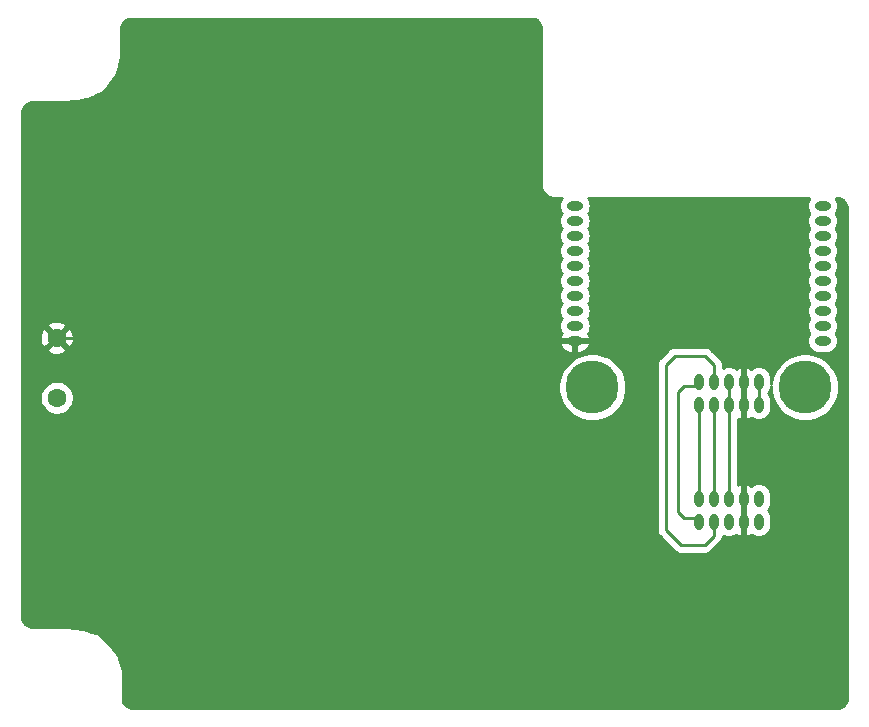
<source format=gbr>
G04 #@! TF.GenerationSoftware,KiCad,Pcbnew,(5.1.4)-1*
G04 #@! TF.CreationDate,2019-11-18T11:48:03+09:00*
G04 #@! TF.ProjectId,signaltowr_hikarikensyutu,7369676e-616c-4746-9f77-725f68696b61,rev?*
G04 #@! TF.SameCoordinates,Original*
G04 #@! TF.FileFunction,Copper,L2,Bot*
G04 #@! TF.FilePolarity,Positive*
%FSLAX46Y46*%
G04 Gerber Fmt 4.6, Leading zero omitted, Abs format (unit mm)*
G04 Created by KiCad (PCBNEW (5.1.4)-1) date 2019-11-18 11:48:03*
%MOMM*%
%LPD*%
G04 APERTURE LIST*
%ADD10C,4.500000*%
%ADD11O,0.800000X1.400000*%
%ADD12O,1.400000X0.800000*%
%ADD13C,1.600000*%
%ADD14C,0.600000*%
%ADD15C,0.250000*%
%ADD16C,0.254000*%
G04 APERTURE END LIST*
D10*
X140606000Y-81923000D03*
X158606000Y-81923000D03*
D11*
X149606000Y-81463000D03*
X150876000Y-81463000D03*
X152146000Y-81463000D03*
X153416000Y-81463000D03*
X154686000Y-81463000D03*
X149606000Y-83383000D03*
X150876000Y-83383000D03*
X152146000Y-83383000D03*
X153416000Y-83383000D03*
X154686000Y-83383000D03*
D12*
X160091000Y-77978000D03*
X160091000Y-76708000D03*
X160091000Y-75438000D03*
X160091000Y-74168000D03*
X160091000Y-72898000D03*
X160091000Y-71628000D03*
X160091000Y-70358000D03*
X160091000Y-69088000D03*
X139121000Y-77978000D03*
X139121000Y-76708000D03*
X139121000Y-75438000D03*
X139121000Y-74168000D03*
X139121000Y-72898000D03*
X139121000Y-71628000D03*
X139121000Y-70358000D03*
X139121000Y-69088000D03*
X139121000Y-67818000D03*
X139121000Y-66548000D03*
X160091000Y-67818000D03*
X160091000Y-66548000D03*
D11*
X149606000Y-91369000D03*
X150876000Y-91369000D03*
X152146000Y-91369000D03*
X153416000Y-91369000D03*
X154686000Y-91369000D03*
X154686000Y-93289000D03*
X149606000Y-93289000D03*
X150876000Y-93289000D03*
X153416000Y-93289000D03*
X152146000Y-93289000D03*
D13*
X95250000Y-77724000D03*
X95250000Y-82804000D03*
D14*
X97536000Y-62230000D03*
X96520000Y-85852000D03*
X96819999Y-79964001D03*
X101600000Y-77470000D03*
X117094000Y-77470000D03*
X100838000Y-94234000D03*
X100838000Y-92202000D03*
D15*
X154686000Y-81788000D02*
X154686000Y-83058000D01*
X153416000Y-83058000D02*
X153416000Y-91694000D01*
X153416000Y-81788000D02*
X153416000Y-83058000D01*
X153416000Y-92964000D02*
X153416000Y-91694000D01*
X152908000Y-77978000D02*
X139446000Y-77978000D01*
X153416000Y-81788000D02*
X153416000Y-78486000D01*
X153416000Y-78486000D02*
X152908000Y-77978000D01*
X97282000Y-77724000D02*
X95250000Y-77724000D01*
X97536000Y-77470000D02*
X97282000Y-77724000D01*
X139446000Y-77978000D02*
X120904000Y-77978000D01*
X119888000Y-76962000D02*
X119888000Y-73660000D01*
X119888000Y-73660000D02*
X119126000Y-72898000D01*
X97536000Y-62230000D02*
X97536000Y-72898000D01*
X97536000Y-72898000D02*
X97536000Y-77470000D01*
X96049999Y-78523999D02*
X95250000Y-77724000D01*
X96819999Y-79293999D02*
X96049999Y-78523999D01*
X96520000Y-85852000D02*
X96819999Y-85552001D01*
X96819999Y-85552001D02*
X96819999Y-79964001D01*
X96819999Y-79964001D02*
X96819999Y-79293999D01*
X101600000Y-77470000D02*
X101600000Y-72898000D01*
X119126000Y-72898000D02*
X101600000Y-72898000D01*
X101600000Y-72898000D02*
X97536000Y-72898000D01*
X117094000Y-77470000D02*
X120396000Y-77470000D01*
X120904000Y-77978000D02*
X120396000Y-77470000D01*
X120396000Y-77470000D02*
X119888000Y-76962000D01*
X96819999Y-86151999D02*
X100629999Y-86151999D01*
X96520000Y-85852000D02*
X96819999Y-86151999D01*
X100838000Y-86360000D02*
X100838000Y-92202000D01*
X100629999Y-86151999D02*
X100838000Y-86360000D01*
X100838000Y-92202000D02*
X100838000Y-94234000D01*
X149606000Y-81788000D02*
X148336000Y-81788000D01*
X148336000Y-81788000D02*
X147828000Y-82296000D01*
X147828000Y-82296000D02*
X147828000Y-92456000D01*
X148336000Y-92964000D02*
X149606000Y-92964000D01*
X147828000Y-92456000D02*
X148336000Y-92964000D01*
X150876000Y-81407682D02*
X150876000Y-81788000D01*
X150876000Y-81788000D02*
X150876000Y-80010000D01*
X150876000Y-80010000D02*
X150114000Y-79248000D01*
X150114000Y-79248000D02*
X147574000Y-79248000D01*
X147574000Y-79248000D02*
X146812000Y-80010000D01*
X146812000Y-80010000D02*
X146812000Y-93980000D01*
X146812000Y-93980000D02*
X148082000Y-95250000D01*
X148082000Y-95250000D02*
X150114000Y-95250000D01*
X150876000Y-94488000D02*
X150876000Y-92964000D01*
X150114000Y-95250000D02*
X150876000Y-94488000D01*
X152146000Y-91694000D02*
X152146000Y-83058000D01*
X152146000Y-83058000D02*
X152146000Y-81788000D01*
X149606000Y-85598000D02*
X149606000Y-91694000D01*
X149606000Y-83058000D02*
X149606000Y-85598000D01*
X150876000Y-90424000D02*
X150876000Y-83058000D01*
X150876000Y-91694000D02*
X150876000Y-90424000D01*
D16*
G36*
X135731850Y-50740022D02*
G01*
X135882672Y-50820638D01*
X136014870Y-50929130D01*
X136123362Y-51061328D01*
X136203978Y-51212150D01*
X136253624Y-51375811D01*
X136271000Y-51552234D01*
X136271000Y-64786000D01*
X136271612Y-64798448D01*
X136290827Y-64993538D01*
X136295683Y-65017956D01*
X136352588Y-65205549D01*
X136362116Y-65228550D01*
X136454526Y-65401437D01*
X136468358Y-65422138D01*
X136592721Y-65573675D01*
X136610325Y-65591279D01*
X136761862Y-65715642D01*
X136782563Y-65729474D01*
X136955450Y-65821884D01*
X136978451Y-65831412D01*
X137166044Y-65888317D01*
X137190462Y-65893173D01*
X137385552Y-65912388D01*
X137398000Y-65913000D01*
X138003211Y-65913000D01*
X137956266Y-65970203D01*
X137860159Y-66150007D01*
X137800976Y-66345105D01*
X137780993Y-66548000D01*
X137800976Y-66750895D01*
X137860159Y-66945993D01*
X137956266Y-67125797D01*
X138003211Y-67183000D01*
X137956266Y-67240203D01*
X137860159Y-67420007D01*
X137800976Y-67615105D01*
X137780993Y-67818000D01*
X137800976Y-68020895D01*
X137860159Y-68215993D01*
X137956266Y-68395797D01*
X138003211Y-68453000D01*
X137956266Y-68510203D01*
X137860159Y-68690007D01*
X137800976Y-68885105D01*
X137780993Y-69088000D01*
X137800976Y-69290895D01*
X137860159Y-69485993D01*
X137956266Y-69665797D01*
X138003211Y-69723000D01*
X137956266Y-69780203D01*
X137860159Y-69960007D01*
X137800976Y-70155105D01*
X137780993Y-70358000D01*
X137800976Y-70560895D01*
X137860159Y-70755993D01*
X137956266Y-70935797D01*
X138003211Y-70993000D01*
X137956266Y-71050203D01*
X137860159Y-71230007D01*
X137800976Y-71425105D01*
X137780993Y-71628000D01*
X137800976Y-71830895D01*
X137860159Y-72025993D01*
X137956266Y-72205797D01*
X138003211Y-72263000D01*
X137956266Y-72320203D01*
X137860159Y-72500007D01*
X137800976Y-72695105D01*
X137780993Y-72898000D01*
X137800976Y-73100895D01*
X137860159Y-73295993D01*
X137956266Y-73475797D01*
X138003211Y-73533000D01*
X137956266Y-73590203D01*
X137860159Y-73770007D01*
X137800976Y-73965105D01*
X137780993Y-74168000D01*
X137800976Y-74370895D01*
X137860159Y-74565993D01*
X137956266Y-74745797D01*
X138003211Y-74803000D01*
X137956266Y-74860203D01*
X137860159Y-75040007D01*
X137800976Y-75235105D01*
X137780993Y-75438000D01*
X137800976Y-75640895D01*
X137860159Y-75835993D01*
X137956266Y-76015797D01*
X138003211Y-76073000D01*
X137956266Y-76130203D01*
X137860159Y-76310007D01*
X137800976Y-76505105D01*
X137780993Y-76708000D01*
X137800976Y-76910895D01*
X137860159Y-77105993D01*
X137956266Y-77285797D01*
X137998506Y-77337267D01*
X137889872Y-77508582D01*
X137826334Y-77691877D01*
X137954002Y-77851000D01*
X138994000Y-77851000D01*
X138994000Y-77831000D01*
X139248000Y-77831000D01*
X139248000Y-77851000D01*
X140287998Y-77851000D01*
X140415666Y-77691877D01*
X140352128Y-77508582D01*
X140243494Y-77337267D01*
X140285734Y-77285797D01*
X140381841Y-77105993D01*
X140441024Y-76910895D01*
X140461007Y-76708000D01*
X140441024Y-76505105D01*
X140381841Y-76310007D01*
X140285734Y-76130203D01*
X140238789Y-76073000D01*
X140285734Y-76015797D01*
X140381841Y-75835993D01*
X140441024Y-75640895D01*
X140461007Y-75438000D01*
X140441024Y-75235105D01*
X140381841Y-75040007D01*
X140285734Y-74860203D01*
X140238789Y-74803000D01*
X140285734Y-74745797D01*
X140381841Y-74565993D01*
X140441024Y-74370895D01*
X140461007Y-74168000D01*
X140441024Y-73965105D01*
X140381841Y-73770007D01*
X140285734Y-73590203D01*
X140238789Y-73533000D01*
X140285734Y-73475797D01*
X140381841Y-73295993D01*
X140441024Y-73100895D01*
X140461007Y-72898000D01*
X140441024Y-72695105D01*
X140381841Y-72500007D01*
X140285734Y-72320203D01*
X140238789Y-72263000D01*
X140285734Y-72205797D01*
X140381841Y-72025993D01*
X140441024Y-71830895D01*
X140461007Y-71628000D01*
X140441024Y-71425105D01*
X140381841Y-71230007D01*
X140285734Y-71050203D01*
X140238789Y-70993000D01*
X140285734Y-70935797D01*
X140381841Y-70755993D01*
X140441024Y-70560895D01*
X140461007Y-70358000D01*
X140441024Y-70155105D01*
X140381841Y-69960007D01*
X140285734Y-69780203D01*
X140238789Y-69723000D01*
X140285734Y-69665797D01*
X140381841Y-69485993D01*
X140441024Y-69290895D01*
X140461007Y-69088000D01*
X140441024Y-68885105D01*
X140381841Y-68690007D01*
X140285734Y-68510203D01*
X140238789Y-68453000D01*
X140285734Y-68395797D01*
X140381841Y-68215993D01*
X140441024Y-68020895D01*
X140461007Y-67818000D01*
X140441024Y-67615105D01*
X140381841Y-67420007D01*
X140285734Y-67240203D01*
X140238789Y-67183000D01*
X140285734Y-67125797D01*
X140381841Y-66945993D01*
X140441024Y-66750895D01*
X140461007Y-66548000D01*
X140441024Y-66345105D01*
X140381841Y-66150007D01*
X140285734Y-65970203D01*
X140238789Y-65913000D01*
X158973211Y-65913000D01*
X158926266Y-65970203D01*
X158830159Y-66150007D01*
X158770976Y-66345105D01*
X158750993Y-66548000D01*
X158770976Y-66750895D01*
X158830159Y-66945993D01*
X158926266Y-67125797D01*
X158973211Y-67183000D01*
X158926266Y-67240203D01*
X158830159Y-67420007D01*
X158770976Y-67615105D01*
X158750993Y-67818000D01*
X158770976Y-68020895D01*
X158830159Y-68215993D01*
X158926266Y-68395797D01*
X158973211Y-68453000D01*
X158926266Y-68510203D01*
X158830159Y-68690007D01*
X158770976Y-68885105D01*
X158750993Y-69088000D01*
X158770976Y-69290895D01*
X158830159Y-69485993D01*
X158926266Y-69665797D01*
X158973211Y-69723000D01*
X158926266Y-69780203D01*
X158830159Y-69960007D01*
X158770976Y-70155105D01*
X158750993Y-70358000D01*
X158770976Y-70560895D01*
X158830159Y-70755993D01*
X158926266Y-70935797D01*
X158973211Y-70993000D01*
X158926266Y-71050203D01*
X158830159Y-71230007D01*
X158770976Y-71425105D01*
X158750993Y-71628000D01*
X158770976Y-71830895D01*
X158830159Y-72025993D01*
X158926266Y-72205797D01*
X158973211Y-72263000D01*
X158926266Y-72320203D01*
X158830159Y-72500007D01*
X158770976Y-72695105D01*
X158750993Y-72898000D01*
X158770976Y-73100895D01*
X158830159Y-73295993D01*
X158926266Y-73475797D01*
X158973211Y-73533000D01*
X158926266Y-73590203D01*
X158830159Y-73770007D01*
X158770976Y-73965105D01*
X158750993Y-74168000D01*
X158770976Y-74370895D01*
X158830159Y-74565993D01*
X158926266Y-74745797D01*
X158973211Y-74803000D01*
X158926266Y-74860203D01*
X158830159Y-75040007D01*
X158770976Y-75235105D01*
X158750993Y-75438000D01*
X158770976Y-75640895D01*
X158830159Y-75835993D01*
X158926266Y-76015797D01*
X158973211Y-76073000D01*
X158926266Y-76130203D01*
X158830159Y-76310007D01*
X158770976Y-76505105D01*
X158750993Y-76708000D01*
X158770976Y-76910895D01*
X158830159Y-77105993D01*
X158926266Y-77285797D01*
X158973211Y-77343000D01*
X158926266Y-77400203D01*
X158830159Y-77580007D01*
X158770976Y-77775105D01*
X158750993Y-77978000D01*
X158770976Y-78180895D01*
X158830159Y-78375993D01*
X158926266Y-78555797D01*
X159055604Y-78713396D01*
X159213203Y-78842734D01*
X159393007Y-78938841D01*
X159588105Y-78998024D01*
X159740162Y-79013000D01*
X160441838Y-79013000D01*
X160593895Y-78998024D01*
X160788993Y-78938841D01*
X160968797Y-78842734D01*
X161126396Y-78713396D01*
X161255734Y-78555797D01*
X161351841Y-78375993D01*
X161411024Y-78180895D01*
X161431007Y-77978000D01*
X161411024Y-77775105D01*
X161351841Y-77580007D01*
X161255734Y-77400203D01*
X161208789Y-77343000D01*
X161255734Y-77285797D01*
X161351841Y-77105993D01*
X161411024Y-76910895D01*
X161431007Y-76708000D01*
X161411024Y-76505105D01*
X161351841Y-76310007D01*
X161255734Y-76130203D01*
X161208789Y-76073000D01*
X161255734Y-76015797D01*
X161351841Y-75835993D01*
X161411024Y-75640895D01*
X161431007Y-75438000D01*
X161411024Y-75235105D01*
X161351841Y-75040007D01*
X161255734Y-74860203D01*
X161208789Y-74803000D01*
X161255734Y-74745797D01*
X161351841Y-74565993D01*
X161411024Y-74370895D01*
X161431007Y-74168000D01*
X161411024Y-73965105D01*
X161351841Y-73770007D01*
X161255734Y-73590203D01*
X161208789Y-73533000D01*
X161255734Y-73475797D01*
X161351841Y-73295993D01*
X161411024Y-73100895D01*
X161431007Y-72898000D01*
X161411024Y-72695105D01*
X161351841Y-72500007D01*
X161255734Y-72320203D01*
X161208789Y-72263000D01*
X161255734Y-72205797D01*
X161351841Y-72025993D01*
X161411024Y-71830895D01*
X161431007Y-71628000D01*
X161411024Y-71425105D01*
X161351841Y-71230007D01*
X161255734Y-71050203D01*
X161208789Y-70993000D01*
X161255734Y-70935797D01*
X161351841Y-70755993D01*
X161411024Y-70560895D01*
X161431007Y-70358000D01*
X161411024Y-70155105D01*
X161351841Y-69960007D01*
X161255734Y-69780203D01*
X161208789Y-69723000D01*
X161255734Y-69665797D01*
X161351841Y-69485993D01*
X161411024Y-69290895D01*
X161431007Y-69088000D01*
X161411024Y-68885105D01*
X161351841Y-68690007D01*
X161255734Y-68510203D01*
X161208789Y-68453000D01*
X161255734Y-68395797D01*
X161351841Y-68215993D01*
X161411024Y-68020895D01*
X161431007Y-67818000D01*
X161411024Y-67615105D01*
X161351841Y-67420007D01*
X161255734Y-67240203D01*
X161208789Y-67183000D01*
X161255734Y-67125797D01*
X161351841Y-66945993D01*
X161411024Y-66750895D01*
X161431007Y-66548000D01*
X161411024Y-66345105D01*
X161351841Y-66150007D01*
X161255734Y-65970203D01*
X161208789Y-65913000D01*
X161299766Y-65913000D01*
X161476189Y-65930376D01*
X161639850Y-65980022D01*
X161790672Y-66060638D01*
X161922870Y-66169130D01*
X162031362Y-66301328D01*
X162111978Y-66452150D01*
X162161624Y-66615811D01*
X162179000Y-66792234D01*
X162179000Y-108213766D01*
X162161624Y-108390189D01*
X162111978Y-108553850D01*
X162031362Y-108704672D01*
X161922870Y-108836870D01*
X161790672Y-108945362D01*
X161639850Y-109025978D01*
X161476189Y-109075624D01*
X161299766Y-109093000D01*
X101717234Y-109093000D01*
X101540811Y-109075624D01*
X101377150Y-109025978D01*
X101226328Y-108945362D01*
X101094130Y-108836870D01*
X100985638Y-108704672D01*
X100905022Y-108553850D01*
X100855376Y-108390189D01*
X100838000Y-108213766D01*
X100838000Y-106080278D01*
X100837589Y-106070073D01*
X100824676Y-105909890D01*
X100821407Y-105889745D01*
X100783003Y-105733700D01*
X100780166Y-105723889D01*
X100398134Y-104577793D01*
X100392681Y-104564129D01*
X100294649Y-104354625D01*
X100279205Y-104329636D01*
X100135661Y-104148261D01*
X100125878Y-104137272D01*
X98979005Y-102990399D01*
X98969952Y-102982180D01*
X98821501Y-102859887D01*
X98801241Y-102846240D01*
X98632124Y-102754630D01*
X98609628Y-102745115D01*
X98426100Y-102687575D01*
X98414269Y-102684483D01*
X98125066Y-102623598D01*
X97528036Y-102420353D01*
X97465398Y-102405661D01*
X97402948Y-102390091D01*
X97393131Y-102388711D01*
X96773137Y-102305986D01*
X96761332Y-102302405D01*
X96657025Y-102292132D01*
X96550602Y-102292132D01*
X96394052Y-102259174D01*
X96381041Y-102257133D01*
X96175030Y-102235683D01*
X96161878Y-102235000D01*
X93208234Y-102235000D01*
X93031811Y-102217624D01*
X92868150Y-102167978D01*
X92717328Y-102087362D01*
X92585130Y-101978870D01*
X92476638Y-101846672D01*
X92396022Y-101695850D01*
X92346376Y-101532189D01*
X92329000Y-101355766D01*
X92329000Y-82662665D01*
X93815000Y-82662665D01*
X93815000Y-82945335D01*
X93870147Y-83222574D01*
X93978320Y-83483727D01*
X94135363Y-83718759D01*
X94335241Y-83918637D01*
X94570273Y-84075680D01*
X94831426Y-84183853D01*
X95108665Y-84239000D01*
X95391335Y-84239000D01*
X95668574Y-84183853D01*
X95929727Y-84075680D01*
X96164759Y-83918637D01*
X96364637Y-83718759D01*
X96521680Y-83483727D01*
X96629853Y-83222574D01*
X96685000Y-82945335D01*
X96685000Y-82662665D01*
X96629853Y-82385426D01*
X96521680Y-82124273D01*
X96364637Y-81889241D01*
X96164759Y-81689363D01*
X96089164Y-81638852D01*
X137721000Y-81638852D01*
X137721000Y-82207148D01*
X137831869Y-82764523D01*
X138049346Y-83289560D01*
X138365074Y-83762080D01*
X138766920Y-84163926D01*
X139239440Y-84479654D01*
X139764477Y-84697131D01*
X140321852Y-84808000D01*
X140890148Y-84808000D01*
X141447523Y-84697131D01*
X141972560Y-84479654D01*
X142445080Y-84163926D01*
X142846926Y-83762080D01*
X143162654Y-83289560D01*
X143380131Y-82764523D01*
X143491000Y-82207148D01*
X143491000Y-81638852D01*
X143380131Y-81081477D01*
X143162654Y-80556440D01*
X142846926Y-80083920D01*
X142773006Y-80010000D01*
X146048324Y-80010000D01*
X146052000Y-80047322D01*
X146052001Y-93942668D01*
X146048324Y-93980000D01*
X146052001Y-94017333D01*
X146060381Y-94102410D01*
X146062998Y-94128985D01*
X146106454Y-94272246D01*
X146177026Y-94404276D01*
X146217616Y-94453734D01*
X146272000Y-94520001D01*
X146300998Y-94543799D01*
X147518201Y-95761003D01*
X147541999Y-95790001D01*
X147657724Y-95884974D01*
X147789753Y-95955546D01*
X147933014Y-95999003D01*
X148044667Y-96010000D01*
X148044676Y-96010000D01*
X148081999Y-96013676D01*
X148119322Y-96010000D01*
X150076678Y-96010000D01*
X150114000Y-96013676D01*
X150151322Y-96010000D01*
X150151333Y-96010000D01*
X150262986Y-95999003D01*
X150406247Y-95955546D01*
X150538276Y-95884974D01*
X150654001Y-95790001D01*
X150677803Y-95760998D01*
X151387004Y-95051798D01*
X151416001Y-95028001D01*
X151510974Y-94912276D01*
X151581546Y-94780247D01*
X151625003Y-94636986D01*
X151636000Y-94525333D01*
X151636000Y-94525325D01*
X151639308Y-94491740D01*
X151748007Y-94549841D01*
X151943105Y-94609024D01*
X152146000Y-94629007D01*
X152348894Y-94609024D01*
X152543992Y-94549841D01*
X152723797Y-94453734D01*
X152775267Y-94411494D01*
X152946582Y-94520128D01*
X153129877Y-94583666D01*
X153289000Y-94455998D01*
X153289000Y-93416000D01*
X153269000Y-93416000D01*
X153269000Y-93162000D01*
X153289000Y-93162000D01*
X153289000Y-91496000D01*
X153269000Y-91496000D01*
X153269000Y-91242000D01*
X153289000Y-91242000D01*
X153289000Y-90202002D01*
X153543000Y-90202002D01*
X153543000Y-91242000D01*
X153563000Y-91242000D01*
X153563000Y-91496000D01*
X153543000Y-91496000D01*
X153543000Y-93162000D01*
X153563000Y-93162000D01*
X153563000Y-93416000D01*
X153543000Y-93416000D01*
X153543000Y-94455998D01*
X153702123Y-94583666D01*
X153885418Y-94520128D01*
X154056733Y-94411494D01*
X154108203Y-94453734D01*
X154288007Y-94549841D01*
X154483105Y-94609024D01*
X154686000Y-94629007D01*
X154888894Y-94609024D01*
X155083992Y-94549841D01*
X155263797Y-94453734D01*
X155421396Y-94324396D01*
X155550734Y-94166797D01*
X155646841Y-93986993D01*
X155706024Y-93791895D01*
X155721000Y-93639838D01*
X155721000Y-92938163D01*
X155706024Y-92786106D01*
X155646841Y-92591008D01*
X155550734Y-92411203D01*
X155483272Y-92329000D01*
X155550734Y-92246797D01*
X155646841Y-92066992D01*
X155706024Y-91871894D01*
X155721000Y-91719837D01*
X155721000Y-91018162D01*
X155706024Y-90866105D01*
X155646841Y-90671007D01*
X155550734Y-90491203D01*
X155421396Y-90333604D01*
X155263797Y-90204266D01*
X155083992Y-90108159D01*
X154888894Y-90048976D01*
X154686000Y-90028993D01*
X154483105Y-90048976D01*
X154288007Y-90108159D01*
X154108203Y-90204266D01*
X154056733Y-90246506D01*
X153885418Y-90137872D01*
X153702123Y-90074334D01*
X153543000Y-90202002D01*
X153289000Y-90202002D01*
X153129877Y-90074334D01*
X152946582Y-90137872D01*
X152906000Y-90163606D01*
X152906000Y-84588394D01*
X152946582Y-84614128D01*
X153129877Y-84677666D01*
X153289000Y-84549998D01*
X153289000Y-83510000D01*
X153269000Y-83510000D01*
X153269000Y-83256000D01*
X153289000Y-83256000D01*
X153289000Y-81590000D01*
X153269000Y-81590000D01*
X153269000Y-81336000D01*
X153289000Y-81336000D01*
X153289000Y-80296002D01*
X153543000Y-80296002D01*
X153543000Y-81336000D01*
X153563000Y-81336000D01*
X153563000Y-81590000D01*
X153543000Y-81590000D01*
X153543000Y-83256000D01*
X153563000Y-83256000D01*
X153563000Y-83510000D01*
X153543000Y-83510000D01*
X153543000Y-84549998D01*
X153702123Y-84677666D01*
X153885418Y-84614128D01*
X154056734Y-84505494D01*
X154108204Y-84547734D01*
X154288008Y-84643841D01*
X154483106Y-84703024D01*
X154686000Y-84723007D01*
X154888895Y-84703024D01*
X155083993Y-84643841D01*
X155263797Y-84547734D01*
X155421396Y-84418396D01*
X155550734Y-84260797D01*
X155646841Y-84080992D01*
X155706024Y-83885894D01*
X155721000Y-83733837D01*
X155721000Y-83032162D01*
X155706024Y-82880105D01*
X155646841Y-82685007D01*
X155550734Y-82505203D01*
X155483272Y-82423000D01*
X155550734Y-82340797D01*
X155646841Y-82160993D01*
X155706024Y-81965895D01*
X155721000Y-81813838D01*
X155721000Y-82207148D01*
X155831869Y-82764523D01*
X156049346Y-83289560D01*
X156365074Y-83762080D01*
X156766920Y-84163926D01*
X157239440Y-84479654D01*
X157764477Y-84697131D01*
X158321852Y-84808000D01*
X158890148Y-84808000D01*
X159447523Y-84697131D01*
X159972560Y-84479654D01*
X160445080Y-84163926D01*
X160846926Y-83762080D01*
X161162654Y-83289560D01*
X161380131Y-82764523D01*
X161491000Y-82207148D01*
X161491000Y-81638852D01*
X161380131Y-81081477D01*
X161162654Y-80556440D01*
X160846926Y-80083920D01*
X160445080Y-79682074D01*
X159972560Y-79366346D01*
X159447523Y-79148869D01*
X158890148Y-79038000D01*
X158321852Y-79038000D01*
X157764477Y-79148869D01*
X157239440Y-79366346D01*
X156766920Y-79682074D01*
X156365074Y-80083920D01*
X156049346Y-80556440D01*
X155831869Y-81081477D01*
X155721000Y-81638852D01*
X155721000Y-81112163D01*
X155706024Y-80960106D01*
X155646841Y-80765008D01*
X155550734Y-80585203D01*
X155421396Y-80427604D01*
X155263797Y-80298266D01*
X155083993Y-80202159D01*
X154888895Y-80142976D01*
X154686000Y-80122993D01*
X154483106Y-80142976D01*
X154288008Y-80202159D01*
X154108204Y-80298266D01*
X154056734Y-80340506D01*
X153885418Y-80231872D01*
X153702123Y-80168334D01*
X153543000Y-80296002D01*
X153289000Y-80296002D01*
X153129877Y-80168334D01*
X152946582Y-80231872D01*
X152775267Y-80340506D01*
X152723797Y-80298266D01*
X152543993Y-80202159D01*
X152348895Y-80142976D01*
X152146000Y-80122993D01*
X151943106Y-80142976D01*
X151748008Y-80202159D01*
X151636000Y-80262028D01*
X151636000Y-80047325D01*
X151639676Y-80010000D01*
X151636000Y-79972675D01*
X151636000Y-79972667D01*
X151625003Y-79861014D01*
X151581546Y-79717753D01*
X151510974Y-79585724D01*
X151416001Y-79469999D01*
X151387002Y-79446201D01*
X150677803Y-78737002D01*
X150654001Y-78707999D01*
X150538276Y-78613026D01*
X150406247Y-78542454D01*
X150262986Y-78498997D01*
X150151333Y-78488000D01*
X150151322Y-78488000D01*
X150114000Y-78484324D01*
X150076678Y-78488000D01*
X147611325Y-78488000D01*
X147574000Y-78484324D01*
X147536675Y-78488000D01*
X147536667Y-78488000D01*
X147425014Y-78498997D01*
X147281753Y-78542454D01*
X147149724Y-78613026D01*
X147033999Y-78707999D01*
X147010201Y-78736998D01*
X146301002Y-79446197D01*
X146271999Y-79469999D01*
X146216871Y-79537174D01*
X146177026Y-79585724D01*
X146106455Y-79717753D01*
X146106454Y-79717754D01*
X146062997Y-79861015D01*
X146052000Y-79972668D01*
X146052000Y-79972678D01*
X146048324Y-80010000D01*
X142773006Y-80010000D01*
X142445080Y-79682074D01*
X141972560Y-79366346D01*
X141447523Y-79148869D01*
X140890148Y-79038000D01*
X140321852Y-79038000D01*
X139764477Y-79148869D01*
X139239440Y-79366346D01*
X138766920Y-79682074D01*
X138365074Y-80083920D01*
X138049346Y-80556440D01*
X137831869Y-81081477D01*
X137721000Y-81638852D01*
X96089164Y-81638852D01*
X95929727Y-81532320D01*
X95668574Y-81424147D01*
X95391335Y-81369000D01*
X95108665Y-81369000D01*
X94831426Y-81424147D01*
X94570273Y-81532320D01*
X94335241Y-81689363D01*
X94135363Y-81889241D01*
X93978320Y-82124273D01*
X93870147Y-82385426D01*
X93815000Y-82662665D01*
X92329000Y-82662665D01*
X92329000Y-78716702D01*
X94436903Y-78716702D01*
X94508486Y-78960671D01*
X94763996Y-79081571D01*
X95038184Y-79150300D01*
X95320512Y-79164217D01*
X95600130Y-79122787D01*
X95866292Y-79027603D01*
X95991514Y-78960671D01*
X96063097Y-78716702D01*
X95250000Y-77903605D01*
X94436903Y-78716702D01*
X92329000Y-78716702D01*
X92329000Y-77794512D01*
X93809783Y-77794512D01*
X93851213Y-78074130D01*
X93946397Y-78340292D01*
X94013329Y-78465514D01*
X94257298Y-78537097D01*
X95070395Y-77724000D01*
X95429605Y-77724000D01*
X96242702Y-78537097D01*
X96486671Y-78465514D01*
X96581963Y-78264123D01*
X137826334Y-78264123D01*
X137889872Y-78447418D01*
X137999342Y-78620052D01*
X138140388Y-78768013D01*
X138307590Y-78885614D01*
X138494522Y-78968336D01*
X138694000Y-79013000D01*
X138994000Y-79013000D01*
X138994000Y-78105000D01*
X139248000Y-78105000D01*
X139248000Y-79013000D01*
X139548000Y-79013000D01*
X139747478Y-78968336D01*
X139934410Y-78885614D01*
X140101612Y-78768013D01*
X140242658Y-78620052D01*
X140352128Y-78447418D01*
X140415666Y-78264123D01*
X140287998Y-78105000D01*
X139248000Y-78105000D01*
X138994000Y-78105000D01*
X137954002Y-78105000D01*
X137826334Y-78264123D01*
X96581963Y-78264123D01*
X96607571Y-78210004D01*
X96676300Y-77935816D01*
X96690217Y-77653488D01*
X96648787Y-77373870D01*
X96553603Y-77107708D01*
X96486671Y-76982486D01*
X96242702Y-76910903D01*
X95429605Y-77724000D01*
X95070395Y-77724000D01*
X94257298Y-76910903D01*
X94013329Y-76982486D01*
X93892429Y-77237996D01*
X93823700Y-77512184D01*
X93809783Y-77794512D01*
X92329000Y-77794512D01*
X92329000Y-76731298D01*
X94436903Y-76731298D01*
X95250000Y-77544395D01*
X96063097Y-76731298D01*
X95991514Y-76487329D01*
X95736004Y-76366429D01*
X95461816Y-76297700D01*
X95179488Y-76283783D01*
X94899870Y-76325213D01*
X94633708Y-76420397D01*
X94508486Y-76487329D01*
X94436903Y-76731298D01*
X92329000Y-76731298D01*
X92329000Y-58664234D01*
X92346376Y-58487811D01*
X92396022Y-58324150D01*
X92476638Y-58173328D01*
X92585130Y-58041130D01*
X92717328Y-57932638D01*
X92868150Y-57852022D01*
X93031811Y-57802376D01*
X93208234Y-57785000D01*
X96010712Y-57785000D01*
X96026872Y-57783968D01*
X96279294Y-57751585D01*
X96295192Y-57748504D01*
X96442791Y-57710000D01*
X96534877Y-57710000D01*
X96554630Y-57708055D01*
X96929774Y-57687081D01*
X96978738Y-57679501D01*
X97028048Y-57674666D01*
X97037759Y-57672673D01*
X97705912Y-57530653D01*
X97767232Y-57511201D01*
X97828855Y-57492596D01*
X97837994Y-57488754D01*
X98465837Y-57219660D01*
X98522225Y-57188660D01*
X98579046Y-57158448D01*
X98587265Y-57152905D01*
X98592770Y-57149136D01*
X98770931Y-57102659D01*
X98783849Y-57098541D01*
X98983249Y-57023032D01*
X99007406Y-57010798D01*
X99186266Y-56894732D01*
X99207280Y-56877653D01*
X99357467Y-56726306D01*
X99366490Y-56716186D01*
X100049695Y-55862180D01*
X100057059Y-55851978D01*
X100164786Y-55685973D01*
X100176314Y-55663640D01*
X100249242Y-55479671D01*
X100253294Y-55467760D01*
X100315369Y-55250497D01*
X100515900Y-54754165D01*
X100534063Y-54692452D01*
X100553098Y-54630961D01*
X100555023Y-54621236D01*
X100683020Y-53950256D01*
X100688848Y-53886211D01*
X100693588Y-53841118D01*
X100709772Y-53725560D01*
X100711000Y-53707945D01*
X100711000Y-51552234D01*
X100728376Y-51375811D01*
X100778022Y-51212150D01*
X100858638Y-51061328D01*
X100967130Y-50929130D01*
X101099328Y-50820638D01*
X101250150Y-50740022D01*
X101349119Y-50710000D01*
X135632881Y-50710000D01*
X135731850Y-50740022D01*
X135731850Y-50740022D01*
G37*
X135731850Y-50740022D02*
X135882672Y-50820638D01*
X136014870Y-50929130D01*
X136123362Y-51061328D01*
X136203978Y-51212150D01*
X136253624Y-51375811D01*
X136271000Y-51552234D01*
X136271000Y-64786000D01*
X136271612Y-64798448D01*
X136290827Y-64993538D01*
X136295683Y-65017956D01*
X136352588Y-65205549D01*
X136362116Y-65228550D01*
X136454526Y-65401437D01*
X136468358Y-65422138D01*
X136592721Y-65573675D01*
X136610325Y-65591279D01*
X136761862Y-65715642D01*
X136782563Y-65729474D01*
X136955450Y-65821884D01*
X136978451Y-65831412D01*
X137166044Y-65888317D01*
X137190462Y-65893173D01*
X137385552Y-65912388D01*
X137398000Y-65913000D01*
X138003211Y-65913000D01*
X137956266Y-65970203D01*
X137860159Y-66150007D01*
X137800976Y-66345105D01*
X137780993Y-66548000D01*
X137800976Y-66750895D01*
X137860159Y-66945993D01*
X137956266Y-67125797D01*
X138003211Y-67183000D01*
X137956266Y-67240203D01*
X137860159Y-67420007D01*
X137800976Y-67615105D01*
X137780993Y-67818000D01*
X137800976Y-68020895D01*
X137860159Y-68215993D01*
X137956266Y-68395797D01*
X138003211Y-68453000D01*
X137956266Y-68510203D01*
X137860159Y-68690007D01*
X137800976Y-68885105D01*
X137780993Y-69088000D01*
X137800976Y-69290895D01*
X137860159Y-69485993D01*
X137956266Y-69665797D01*
X138003211Y-69723000D01*
X137956266Y-69780203D01*
X137860159Y-69960007D01*
X137800976Y-70155105D01*
X137780993Y-70358000D01*
X137800976Y-70560895D01*
X137860159Y-70755993D01*
X137956266Y-70935797D01*
X138003211Y-70993000D01*
X137956266Y-71050203D01*
X137860159Y-71230007D01*
X137800976Y-71425105D01*
X137780993Y-71628000D01*
X137800976Y-71830895D01*
X137860159Y-72025993D01*
X137956266Y-72205797D01*
X138003211Y-72263000D01*
X137956266Y-72320203D01*
X137860159Y-72500007D01*
X137800976Y-72695105D01*
X137780993Y-72898000D01*
X137800976Y-73100895D01*
X137860159Y-73295993D01*
X137956266Y-73475797D01*
X138003211Y-73533000D01*
X137956266Y-73590203D01*
X137860159Y-73770007D01*
X137800976Y-73965105D01*
X137780993Y-74168000D01*
X137800976Y-74370895D01*
X137860159Y-74565993D01*
X137956266Y-74745797D01*
X138003211Y-74803000D01*
X137956266Y-74860203D01*
X137860159Y-75040007D01*
X137800976Y-75235105D01*
X137780993Y-75438000D01*
X137800976Y-75640895D01*
X137860159Y-75835993D01*
X137956266Y-76015797D01*
X138003211Y-76073000D01*
X137956266Y-76130203D01*
X137860159Y-76310007D01*
X137800976Y-76505105D01*
X137780993Y-76708000D01*
X137800976Y-76910895D01*
X137860159Y-77105993D01*
X137956266Y-77285797D01*
X137998506Y-77337267D01*
X137889872Y-77508582D01*
X137826334Y-77691877D01*
X137954002Y-77851000D01*
X138994000Y-77851000D01*
X138994000Y-77831000D01*
X139248000Y-77831000D01*
X139248000Y-77851000D01*
X140287998Y-77851000D01*
X140415666Y-77691877D01*
X140352128Y-77508582D01*
X140243494Y-77337267D01*
X140285734Y-77285797D01*
X140381841Y-77105993D01*
X140441024Y-76910895D01*
X140461007Y-76708000D01*
X140441024Y-76505105D01*
X140381841Y-76310007D01*
X140285734Y-76130203D01*
X140238789Y-76073000D01*
X140285734Y-76015797D01*
X140381841Y-75835993D01*
X140441024Y-75640895D01*
X140461007Y-75438000D01*
X140441024Y-75235105D01*
X140381841Y-75040007D01*
X140285734Y-74860203D01*
X140238789Y-74803000D01*
X140285734Y-74745797D01*
X140381841Y-74565993D01*
X140441024Y-74370895D01*
X140461007Y-74168000D01*
X140441024Y-73965105D01*
X140381841Y-73770007D01*
X140285734Y-73590203D01*
X140238789Y-73533000D01*
X140285734Y-73475797D01*
X140381841Y-73295993D01*
X140441024Y-73100895D01*
X140461007Y-72898000D01*
X140441024Y-72695105D01*
X140381841Y-72500007D01*
X140285734Y-72320203D01*
X140238789Y-72263000D01*
X140285734Y-72205797D01*
X140381841Y-72025993D01*
X140441024Y-71830895D01*
X140461007Y-71628000D01*
X140441024Y-71425105D01*
X140381841Y-71230007D01*
X140285734Y-71050203D01*
X140238789Y-70993000D01*
X140285734Y-70935797D01*
X140381841Y-70755993D01*
X140441024Y-70560895D01*
X140461007Y-70358000D01*
X140441024Y-70155105D01*
X140381841Y-69960007D01*
X140285734Y-69780203D01*
X140238789Y-69723000D01*
X140285734Y-69665797D01*
X140381841Y-69485993D01*
X140441024Y-69290895D01*
X140461007Y-69088000D01*
X140441024Y-68885105D01*
X140381841Y-68690007D01*
X140285734Y-68510203D01*
X140238789Y-68453000D01*
X140285734Y-68395797D01*
X140381841Y-68215993D01*
X140441024Y-68020895D01*
X140461007Y-67818000D01*
X140441024Y-67615105D01*
X140381841Y-67420007D01*
X140285734Y-67240203D01*
X140238789Y-67183000D01*
X140285734Y-67125797D01*
X140381841Y-66945993D01*
X140441024Y-66750895D01*
X140461007Y-66548000D01*
X140441024Y-66345105D01*
X140381841Y-66150007D01*
X140285734Y-65970203D01*
X140238789Y-65913000D01*
X158973211Y-65913000D01*
X158926266Y-65970203D01*
X158830159Y-66150007D01*
X158770976Y-66345105D01*
X158750993Y-66548000D01*
X158770976Y-66750895D01*
X158830159Y-66945993D01*
X158926266Y-67125797D01*
X158973211Y-67183000D01*
X158926266Y-67240203D01*
X158830159Y-67420007D01*
X158770976Y-67615105D01*
X158750993Y-67818000D01*
X158770976Y-68020895D01*
X158830159Y-68215993D01*
X158926266Y-68395797D01*
X158973211Y-68453000D01*
X158926266Y-68510203D01*
X158830159Y-68690007D01*
X158770976Y-68885105D01*
X158750993Y-69088000D01*
X158770976Y-69290895D01*
X158830159Y-69485993D01*
X158926266Y-69665797D01*
X158973211Y-69723000D01*
X158926266Y-69780203D01*
X158830159Y-69960007D01*
X158770976Y-70155105D01*
X158750993Y-70358000D01*
X158770976Y-70560895D01*
X158830159Y-70755993D01*
X158926266Y-70935797D01*
X158973211Y-70993000D01*
X158926266Y-71050203D01*
X158830159Y-71230007D01*
X158770976Y-71425105D01*
X158750993Y-71628000D01*
X158770976Y-71830895D01*
X158830159Y-72025993D01*
X158926266Y-72205797D01*
X158973211Y-72263000D01*
X158926266Y-72320203D01*
X158830159Y-72500007D01*
X158770976Y-72695105D01*
X158750993Y-72898000D01*
X158770976Y-73100895D01*
X158830159Y-73295993D01*
X158926266Y-73475797D01*
X158973211Y-73533000D01*
X158926266Y-73590203D01*
X158830159Y-73770007D01*
X158770976Y-73965105D01*
X158750993Y-74168000D01*
X158770976Y-74370895D01*
X158830159Y-74565993D01*
X158926266Y-74745797D01*
X158973211Y-74803000D01*
X158926266Y-74860203D01*
X158830159Y-75040007D01*
X158770976Y-75235105D01*
X158750993Y-75438000D01*
X158770976Y-75640895D01*
X158830159Y-75835993D01*
X158926266Y-76015797D01*
X158973211Y-76073000D01*
X158926266Y-76130203D01*
X158830159Y-76310007D01*
X158770976Y-76505105D01*
X158750993Y-76708000D01*
X158770976Y-76910895D01*
X158830159Y-77105993D01*
X158926266Y-77285797D01*
X158973211Y-77343000D01*
X158926266Y-77400203D01*
X158830159Y-77580007D01*
X158770976Y-77775105D01*
X158750993Y-77978000D01*
X158770976Y-78180895D01*
X158830159Y-78375993D01*
X158926266Y-78555797D01*
X159055604Y-78713396D01*
X159213203Y-78842734D01*
X159393007Y-78938841D01*
X159588105Y-78998024D01*
X159740162Y-79013000D01*
X160441838Y-79013000D01*
X160593895Y-78998024D01*
X160788993Y-78938841D01*
X160968797Y-78842734D01*
X161126396Y-78713396D01*
X161255734Y-78555797D01*
X161351841Y-78375993D01*
X161411024Y-78180895D01*
X161431007Y-77978000D01*
X161411024Y-77775105D01*
X161351841Y-77580007D01*
X161255734Y-77400203D01*
X161208789Y-77343000D01*
X161255734Y-77285797D01*
X161351841Y-77105993D01*
X161411024Y-76910895D01*
X161431007Y-76708000D01*
X161411024Y-76505105D01*
X161351841Y-76310007D01*
X161255734Y-76130203D01*
X161208789Y-76073000D01*
X161255734Y-76015797D01*
X161351841Y-75835993D01*
X161411024Y-75640895D01*
X161431007Y-75438000D01*
X161411024Y-75235105D01*
X161351841Y-75040007D01*
X161255734Y-74860203D01*
X161208789Y-74803000D01*
X161255734Y-74745797D01*
X161351841Y-74565993D01*
X161411024Y-74370895D01*
X161431007Y-74168000D01*
X161411024Y-73965105D01*
X161351841Y-73770007D01*
X161255734Y-73590203D01*
X161208789Y-73533000D01*
X161255734Y-73475797D01*
X161351841Y-73295993D01*
X161411024Y-73100895D01*
X161431007Y-72898000D01*
X161411024Y-72695105D01*
X161351841Y-72500007D01*
X161255734Y-72320203D01*
X161208789Y-72263000D01*
X161255734Y-72205797D01*
X161351841Y-72025993D01*
X161411024Y-71830895D01*
X161431007Y-71628000D01*
X161411024Y-71425105D01*
X161351841Y-71230007D01*
X161255734Y-71050203D01*
X161208789Y-70993000D01*
X161255734Y-70935797D01*
X161351841Y-70755993D01*
X161411024Y-70560895D01*
X161431007Y-70358000D01*
X161411024Y-70155105D01*
X161351841Y-69960007D01*
X161255734Y-69780203D01*
X161208789Y-69723000D01*
X161255734Y-69665797D01*
X161351841Y-69485993D01*
X161411024Y-69290895D01*
X161431007Y-69088000D01*
X161411024Y-68885105D01*
X161351841Y-68690007D01*
X161255734Y-68510203D01*
X161208789Y-68453000D01*
X161255734Y-68395797D01*
X161351841Y-68215993D01*
X161411024Y-68020895D01*
X161431007Y-67818000D01*
X161411024Y-67615105D01*
X161351841Y-67420007D01*
X161255734Y-67240203D01*
X161208789Y-67183000D01*
X161255734Y-67125797D01*
X161351841Y-66945993D01*
X161411024Y-66750895D01*
X161431007Y-66548000D01*
X161411024Y-66345105D01*
X161351841Y-66150007D01*
X161255734Y-65970203D01*
X161208789Y-65913000D01*
X161299766Y-65913000D01*
X161476189Y-65930376D01*
X161639850Y-65980022D01*
X161790672Y-66060638D01*
X161922870Y-66169130D01*
X162031362Y-66301328D01*
X162111978Y-66452150D01*
X162161624Y-66615811D01*
X162179000Y-66792234D01*
X162179000Y-108213766D01*
X162161624Y-108390189D01*
X162111978Y-108553850D01*
X162031362Y-108704672D01*
X161922870Y-108836870D01*
X161790672Y-108945362D01*
X161639850Y-109025978D01*
X161476189Y-109075624D01*
X161299766Y-109093000D01*
X101717234Y-109093000D01*
X101540811Y-109075624D01*
X101377150Y-109025978D01*
X101226328Y-108945362D01*
X101094130Y-108836870D01*
X100985638Y-108704672D01*
X100905022Y-108553850D01*
X100855376Y-108390189D01*
X100838000Y-108213766D01*
X100838000Y-106080278D01*
X100837589Y-106070073D01*
X100824676Y-105909890D01*
X100821407Y-105889745D01*
X100783003Y-105733700D01*
X100780166Y-105723889D01*
X100398134Y-104577793D01*
X100392681Y-104564129D01*
X100294649Y-104354625D01*
X100279205Y-104329636D01*
X100135661Y-104148261D01*
X100125878Y-104137272D01*
X98979005Y-102990399D01*
X98969952Y-102982180D01*
X98821501Y-102859887D01*
X98801241Y-102846240D01*
X98632124Y-102754630D01*
X98609628Y-102745115D01*
X98426100Y-102687575D01*
X98414269Y-102684483D01*
X98125066Y-102623598D01*
X97528036Y-102420353D01*
X97465398Y-102405661D01*
X97402948Y-102390091D01*
X97393131Y-102388711D01*
X96773137Y-102305986D01*
X96761332Y-102302405D01*
X96657025Y-102292132D01*
X96550602Y-102292132D01*
X96394052Y-102259174D01*
X96381041Y-102257133D01*
X96175030Y-102235683D01*
X96161878Y-102235000D01*
X93208234Y-102235000D01*
X93031811Y-102217624D01*
X92868150Y-102167978D01*
X92717328Y-102087362D01*
X92585130Y-101978870D01*
X92476638Y-101846672D01*
X92396022Y-101695850D01*
X92346376Y-101532189D01*
X92329000Y-101355766D01*
X92329000Y-82662665D01*
X93815000Y-82662665D01*
X93815000Y-82945335D01*
X93870147Y-83222574D01*
X93978320Y-83483727D01*
X94135363Y-83718759D01*
X94335241Y-83918637D01*
X94570273Y-84075680D01*
X94831426Y-84183853D01*
X95108665Y-84239000D01*
X95391335Y-84239000D01*
X95668574Y-84183853D01*
X95929727Y-84075680D01*
X96164759Y-83918637D01*
X96364637Y-83718759D01*
X96521680Y-83483727D01*
X96629853Y-83222574D01*
X96685000Y-82945335D01*
X96685000Y-82662665D01*
X96629853Y-82385426D01*
X96521680Y-82124273D01*
X96364637Y-81889241D01*
X96164759Y-81689363D01*
X96089164Y-81638852D01*
X137721000Y-81638852D01*
X137721000Y-82207148D01*
X137831869Y-82764523D01*
X138049346Y-83289560D01*
X138365074Y-83762080D01*
X138766920Y-84163926D01*
X139239440Y-84479654D01*
X139764477Y-84697131D01*
X140321852Y-84808000D01*
X140890148Y-84808000D01*
X141447523Y-84697131D01*
X141972560Y-84479654D01*
X142445080Y-84163926D01*
X142846926Y-83762080D01*
X143162654Y-83289560D01*
X143380131Y-82764523D01*
X143491000Y-82207148D01*
X143491000Y-81638852D01*
X143380131Y-81081477D01*
X143162654Y-80556440D01*
X142846926Y-80083920D01*
X142773006Y-80010000D01*
X146048324Y-80010000D01*
X146052000Y-80047322D01*
X146052001Y-93942668D01*
X146048324Y-93980000D01*
X146052001Y-94017333D01*
X146060381Y-94102410D01*
X146062998Y-94128985D01*
X146106454Y-94272246D01*
X146177026Y-94404276D01*
X146217616Y-94453734D01*
X146272000Y-94520001D01*
X146300998Y-94543799D01*
X147518201Y-95761003D01*
X147541999Y-95790001D01*
X147657724Y-95884974D01*
X147789753Y-95955546D01*
X147933014Y-95999003D01*
X148044667Y-96010000D01*
X148044676Y-96010000D01*
X148081999Y-96013676D01*
X148119322Y-96010000D01*
X150076678Y-96010000D01*
X150114000Y-96013676D01*
X150151322Y-96010000D01*
X150151333Y-96010000D01*
X150262986Y-95999003D01*
X150406247Y-95955546D01*
X150538276Y-95884974D01*
X150654001Y-95790001D01*
X150677803Y-95760998D01*
X151387004Y-95051798D01*
X151416001Y-95028001D01*
X151510974Y-94912276D01*
X151581546Y-94780247D01*
X151625003Y-94636986D01*
X151636000Y-94525333D01*
X151636000Y-94525325D01*
X151639308Y-94491740D01*
X151748007Y-94549841D01*
X151943105Y-94609024D01*
X152146000Y-94629007D01*
X152348894Y-94609024D01*
X152543992Y-94549841D01*
X152723797Y-94453734D01*
X152775267Y-94411494D01*
X152946582Y-94520128D01*
X153129877Y-94583666D01*
X153289000Y-94455998D01*
X153289000Y-93416000D01*
X153269000Y-93416000D01*
X153269000Y-93162000D01*
X153289000Y-93162000D01*
X153289000Y-91496000D01*
X153269000Y-91496000D01*
X153269000Y-91242000D01*
X153289000Y-91242000D01*
X153289000Y-90202002D01*
X153543000Y-90202002D01*
X153543000Y-91242000D01*
X153563000Y-91242000D01*
X153563000Y-91496000D01*
X153543000Y-91496000D01*
X153543000Y-93162000D01*
X153563000Y-93162000D01*
X153563000Y-93416000D01*
X153543000Y-93416000D01*
X153543000Y-94455998D01*
X153702123Y-94583666D01*
X153885418Y-94520128D01*
X154056733Y-94411494D01*
X154108203Y-94453734D01*
X154288007Y-94549841D01*
X154483105Y-94609024D01*
X154686000Y-94629007D01*
X154888894Y-94609024D01*
X155083992Y-94549841D01*
X155263797Y-94453734D01*
X155421396Y-94324396D01*
X155550734Y-94166797D01*
X155646841Y-93986993D01*
X155706024Y-93791895D01*
X155721000Y-93639838D01*
X155721000Y-92938163D01*
X155706024Y-92786106D01*
X155646841Y-92591008D01*
X155550734Y-92411203D01*
X155483272Y-92329000D01*
X155550734Y-92246797D01*
X155646841Y-92066992D01*
X155706024Y-91871894D01*
X155721000Y-91719837D01*
X155721000Y-91018162D01*
X155706024Y-90866105D01*
X155646841Y-90671007D01*
X155550734Y-90491203D01*
X155421396Y-90333604D01*
X155263797Y-90204266D01*
X155083992Y-90108159D01*
X154888894Y-90048976D01*
X154686000Y-90028993D01*
X154483105Y-90048976D01*
X154288007Y-90108159D01*
X154108203Y-90204266D01*
X154056733Y-90246506D01*
X153885418Y-90137872D01*
X153702123Y-90074334D01*
X153543000Y-90202002D01*
X153289000Y-90202002D01*
X153129877Y-90074334D01*
X152946582Y-90137872D01*
X152906000Y-90163606D01*
X152906000Y-84588394D01*
X152946582Y-84614128D01*
X153129877Y-84677666D01*
X153289000Y-84549998D01*
X153289000Y-83510000D01*
X153269000Y-83510000D01*
X153269000Y-83256000D01*
X153289000Y-83256000D01*
X153289000Y-81590000D01*
X153269000Y-81590000D01*
X153269000Y-81336000D01*
X153289000Y-81336000D01*
X153289000Y-80296002D01*
X153543000Y-80296002D01*
X153543000Y-81336000D01*
X153563000Y-81336000D01*
X153563000Y-81590000D01*
X153543000Y-81590000D01*
X153543000Y-83256000D01*
X153563000Y-83256000D01*
X153563000Y-83510000D01*
X153543000Y-83510000D01*
X153543000Y-84549998D01*
X153702123Y-84677666D01*
X153885418Y-84614128D01*
X154056734Y-84505494D01*
X154108204Y-84547734D01*
X154288008Y-84643841D01*
X154483106Y-84703024D01*
X154686000Y-84723007D01*
X154888895Y-84703024D01*
X155083993Y-84643841D01*
X155263797Y-84547734D01*
X155421396Y-84418396D01*
X155550734Y-84260797D01*
X155646841Y-84080992D01*
X155706024Y-83885894D01*
X155721000Y-83733837D01*
X155721000Y-83032162D01*
X155706024Y-82880105D01*
X155646841Y-82685007D01*
X155550734Y-82505203D01*
X155483272Y-82423000D01*
X155550734Y-82340797D01*
X155646841Y-82160993D01*
X155706024Y-81965895D01*
X155721000Y-81813838D01*
X155721000Y-82207148D01*
X155831869Y-82764523D01*
X156049346Y-83289560D01*
X156365074Y-83762080D01*
X156766920Y-84163926D01*
X157239440Y-84479654D01*
X157764477Y-84697131D01*
X158321852Y-84808000D01*
X158890148Y-84808000D01*
X159447523Y-84697131D01*
X159972560Y-84479654D01*
X160445080Y-84163926D01*
X160846926Y-83762080D01*
X161162654Y-83289560D01*
X161380131Y-82764523D01*
X161491000Y-82207148D01*
X161491000Y-81638852D01*
X161380131Y-81081477D01*
X161162654Y-80556440D01*
X160846926Y-80083920D01*
X160445080Y-79682074D01*
X159972560Y-79366346D01*
X159447523Y-79148869D01*
X158890148Y-79038000D01*
X158321852Y-79038000D01*
X157764477Y-79148869D01*
X157239440Y-79366346D01*
X156766920Y-79682074D01*
X156365074Y-80083920D01*
X156049346Y-80556440D01*
X155831869Y-81081477D01*
X155721000Y-81638852D01*
X155721000Y-81112163D01*
X155706024Y-80960106D01*
X155646841Y-80765008D01*
X155550734Y-80585203D01*
X155421396Y-80427604D01*
X155263797Y-80298266D01*
X155083993Y-80202159D01*
X154888895Y-80142976D01*
X154686000Y-80122993D01*
X154483106Y-80142976D01*
X154288008Y-80202159D01*
X154108204Y-80298266D01*
X154056734Y-80340506D01*
X153885418Y-80231872D01*
X153702123Y-80168334D01*
X153543000Y-80296002D01*
X153289000Y-80296002D01*
X153129877Y-80168334D01*
X152946582Y-80231872D01*
X152775267Y-80340506D01*
X152723797Y-80298266D01*
X152543993Y-80202159D01*
X152348895Y-80142976D01*
X152146000Y-80122993D01*
X151943106Y-80142976D01*
X151748008Y-80202159D01*
X151636000Y-80262028D01*
X151636000Y-80047325D01*
X151639676Y-80010000D01*
X151636000Y-79972675D01*
X151636000Y-79972667D01*
X151625003Y-79861014D01*
X151581546Y-79717753D01*
X151510974Y-79585724D01*
X151416001Y-79469999D01*
X151387002Y-79446201D01*
X150677803Y-78737002D01*
X150654001Y-78707999D01*
X150538276Y-78613026D01*
X150406247Y-78542454D01*
X150262986Y-78498997D01*
X150151333Y-78488000D01*
X150151322Y-78488000D01*
X150114000Y-78484324D01*
X150076678Y-78488000D01*
X147611325Y-78488000D01*
X147574000Y-78484324D01*
X147536675Y-78488000D01*
X147536667Y-78488000D01*
X147425014Y-78498997D01*
X147281753Y-78542454D01*
X147149724Y-78613026D01*
X147033999Y-78707999D01*
X147010201Y-78736998D01*
X146301002Y-79446197D01*
X146271999Y-79469999D01*
X146216871Y-79537174D01*
X146177026Y-79585724D01*
X146106455Y-79717753D01*
X146106454Y-79717754D01*
X146062997Y-79861015D01*
X146052000Y-79972668D01*
X146052000Y-79972678D01*
X146048324Y-80010000D01*
X142773006Y-80010000D01*
X142445080Y-79682074D01*
X141972560Y-79366346D01*
X141447523Y-79148869D01*
X140890148Y-79038000D01*
X140321852Y-79038000D01*
X139764477Y-79148869D01*
X139239440Y-79366346D01*
X138766920Y-79682074D01*
X138365074Y-80083920D01*
X138049346Y-80556440D01*
X137831869Y-81081477D01*
X137721000Y-81638852D01*
X96089164Y-81638852D01*
X95929727Y-81532320D01*
X95668574Y-81424147D01*
X95391335Y-81369000D01*
X95108665Y-81369000D01*
X94831426Y-81424147D01*
X94570273Y-81532320D01*
X94335241Y-81689363D01*
X94135363Y-81889241D01*
X93978320Y-82124273D01*
X93870147Y-82385426D01*
X93815000Y-82662665D01*
X92329000Y-82662665D01*
X92329000Y-78716702D01*
X94436903Y-78716702D01*
X94508486Y-78960671D01*
X94763996Y-79081571D01*
X95038184Y-79150300D01*
X95320512Y-79164217D01*
X95600130Y-79122787D01*
X95866292Y-79027603D01*
X95991514Y-78960671D01*
X96063097Y-78716702D01*
X95250000Y-77903605D01*
X94436903Y-78716702D01*
X92329000Y-78716702D01*
X92329000Y-77794512D01*
X93809783Y-77794512D01*
X93851213Y-78074130D01*
X93946397Y-78340292D01*
X94013329Y-78465514D01*
X94257298Y-78537097D01*
X95070395Y-77724000D01*
X95429605Y-77724000D01*
X96242702Y-78537097D01*
X96486671Y-78465514D01*
X96581963Y-78264123D01*
X137826334Y-78264123D01*
X137889872Y-78447418D01*
X137999342Y-78620052D01*
X138140388Y-78768013D01*
X138307590Y-78885614D01*
X138494522Y-78968336D01*
X138694000Y-79013000D01*
X138994000Y-79013000D01*
X138994000Y-78105000D01*
X139248000Y-78105000D01*
X139248000Y-79013000D01*
X139548000Y-79013000D01*
X139747478Y-78968336D01*
X139934410Y-78885614D01*
X140101612Y-78768013D01*
X140242658Y-78620052D01*
X140352128Y-78447418D01*
X140415666Y-78264123D01*
X140287998Y-78105000D01*
X139248000Y-78105000D01*
X138994000Y-78105000D01*
X137954002Y-78105000D01*
X137826334Y-78264123D01*
X96581963Y-78264123D01*
X96607571Y-78210004D01*
X96676300Y-77935816D01*
X96690217Y-77653488D01*
X96648787Y-77373870D01*
X96553603Y-77107708D01*
X96486671Y-76982486D01*
X96242702Y-76910903D01*
X95429605Y-77724000D01*
X95070395Y-77724000D01*
X94257298Y-76910903D01*
X94013329Y-76982486D01*
X93892429Y-77237996D01*
X93823700Y-77512184D01*
X93809783Y-77794512D01*
X92329000Y-77794512D01*
X92329000Y-76731298D01*
X94436903Y-76731298D01*
X95250000Y-77544395D01*
X96063097Y-76731298D01*
X95991514Y-76487329D01*
X95736004Y-76366429D01*
X95461816Y-76297700D01*
X95179488Y-76283783D01*
X94899870Y-76325213D01*
X94633708Y-76420397D01*
X94508486Y-76487329D01*
X94436903Y-76731298D01*
X92329000Y-76731298D01*
X92329000Y-58664234D01*
X92346376Y-58487811D01*
X92396022Y-58324150D01*
X92476638Y-58173328D01*
X92585130Y-58041130D01*
X92717328Y-57932638D01*
X92868150Y-57852022D01*
X93031811Y-57802376D01*
X93208234Y-57785000D01*
X96010712Y-57785000D01*
X96026872Y-57783968D01*
X96279294Y-57751585D01*
X96295192Y-57748504D01*
X96442791Y-57710000D01*
X96534877Y-57710000D01*
X96554630Y-57708055D01*
X96929774Y-57687081D01*
X96978738Y-57679501D01*
X97028048Y-57674666D01*
X97037759Y-57672673D01*
X97705912Y-57530653D01*
X97767232Y-57511201D01*
X97828855Y-57492596D01*
X97837994Y-57488754D01*
X98465837Y-57219660D01*
X98522225Y-57188660D01*
X98579046Y-57158448D01*
X98587265Y-57152905D01*
X98592770Y-57149136D01*
X98770931Y-57102659D01*
X98783849Y-57098541D01*
X98983249Y-57023032D01*
X99007406Y-57010798D01*
X99186266Y-56894732D01*
X99207280Y-56877653D01*
X99357467Y-56726306D01*
X99366490Y-56716186D01*
X100049695Y-55862180D01*
X100057059Y-55851978D01*
X100164786Y-55685973D01*
X100176314Y-55663640D01*
X100249242Y-55479671D01*
X100253294Y-55467760D01*
X100315369Y-55250497D01*
X100515900Y-54754165D01*
X100534063Y-54692452D01*
X100553098Y-54630961D01*
X100555023Y-54621236D01*
X100683020Y-53950256D01*
X100688848Y-53886211D01*
X100693588Y-53841118D01*
X100709772Y-53725560D01*
X100711000Y-53707945D01*
X100711000Y-51552234D01*
X100728376Y-51375811D01*
X100778022Y-51212150D01*
X100858638Y-51061328D01*
X100967130Y-50929130D01*
X101099328Y-50820638D01*
X101250150Y-50740022D01*
X101349119Y-50710000D01*
X135632881Y-50710000D01*
X135731850Y-50740022D01*
M02*

</source>
